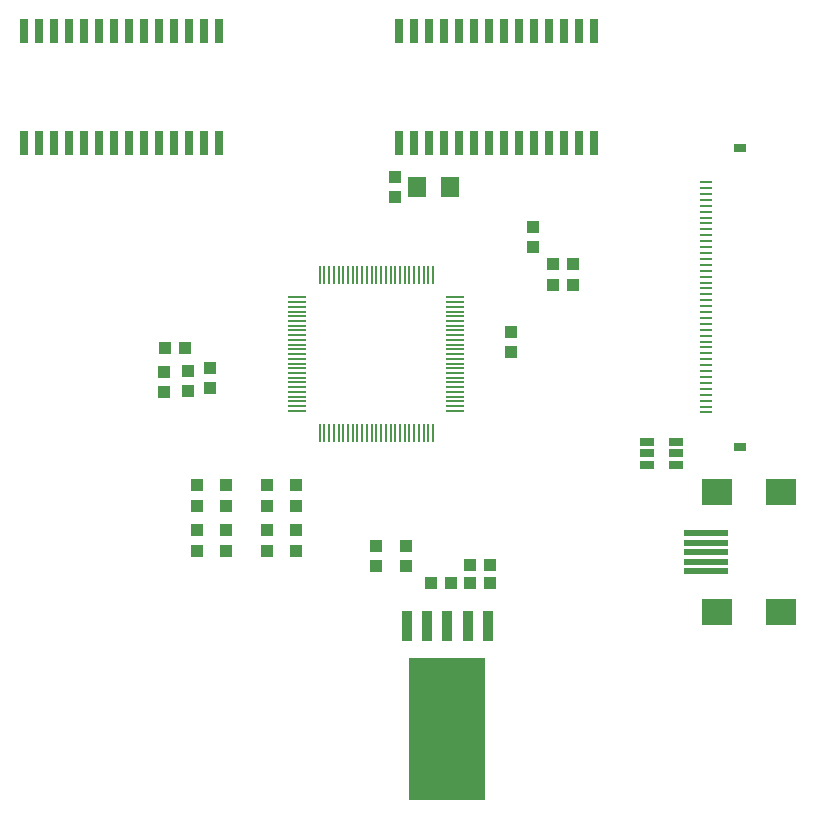
<source format=gbr>
G04 EAGLE Gerber RS-274X export*
G75*
%MOMM*%
%FSLAX34Y34*%
%LPD*%
%INSolderpaste Top*%
%IPPOS*%
%AMOC8*
5,1,8,0,0,1.08239X$1,22.5*%
G01*
%ADD10R,1.000000X1.100000*%
%ADD11R,1.600000X1.800000*%
%ADD12R,1.100000X1.000000*%
%ADD13R,1.300000X0.650000*%
%ADD14R,1.500000X0.200000*%
%ADD15R,0.200000X1.500000*%
%ADD16R,0.750000X2.000000*%
%ADD17R,6.500000X12.000000*%
%ADD18R,0.850000X2.500000*%
%ADD19R,1.000000X1.000000*%
%ADD20R,1.000000X0.250000*%
%ADD21R,1.100000X0.700000*%
%ADD22R,2.540000X2.286000*%
%ADD23R,3.810000X0.508000*%


D10*
X319450Y374800D03*
X319450Y391800D03*
X475300Y536800D03*
X475300Y553800D03*
X574200Y405200D03*
X574200Y422200D03*
X485000Y224000D03*
X485000Y241000D03*
X460000Y224000D03*
X460000Y241000D03*
D11*
X494000Y545300D03*
X522000Y545300D03*
D10*
X280000Y388650D03*
X280000Y371650D03*
D12*
X539000Y225000D03*
X556000Y225000D03*
X609200Y462200D03*
X626200Y462200D03*
D13*
X713300Y319600D03*
X689300Y310100D03*
X689300Y329100D03*
X689300Y319600D03*
X713300Y310100D03*
X713300Y329100D03*
D14*
X392900Y451700D03*
X392900Y447700D03*
X392900Y443700D03*
X392900Y439700D03*
X392900Y435700D03*
X392900Y431700D03*
X392900Y427700D03*
X392900Y423700D03*
X392900Y419700D03*
X392900Y415700D03*
X392900Y411700D03*
X392900Y407700D03*
X392900Y403700D03*
X392900Y399700D03*
X392900Y395700D03*
X392900Y391700D03*
X392900Y387700D03*
X392900Y383700D03*
X392900Y379700D03*
X392900Y375700D03*
X392900Y371700D03*
X392900Y367700D03*
X392900Y363700D03*
X392900Y359700D03*
X392900Y355700D03*
D15*
X411900Y336700D03*
X415900Y336700D03*
X419900Y336700D03*
X423900Y336700D03*
X427900Y336700D03*
X431900Y336700D03*
X435900Y336700D03*
X439900Y336700D03*
X443900Y336700D03*
X447900Y336700D03*
X451900Y336700D03*
X455900Y336700D03*
X459900Y336700D03*
X463900Y336700D03*
X467900Y336700D03*
X471900Y336700D03*
X475900Y336700D03*
X479900Y336700D03*
X483900Y336700D03*
X487900Y336700D03*
X491900Y336700D03*
X495900Y336700D03*
X499900Y336700D03*
X503900Y336700D03*
X507900Y336700D03*
D14*
X526900Y355700D03*
X526900Y359700D03*
X526900Y363700D03*
X526900Y367700D03*
X526900Y371700D03*
X526900Y375700D03*
X526900Y379700D03*
X526900Y383700D03*
X526900Y387700D03*
X526900Y391700D03*
X526900Y395700D03*
X526900Y399700D03*
X526900Y403700D03*
X526900Y407700D03*
X526900Y411700D03*
X526900Y415700D03*
X526900Y419700D03*
X526900Y423700D03*
X526900Y427700D03*
X526900Y431700D03*
X526900Y435700D03*
X526900Y439700D03*
X526900Y443700D03*
X526900Y447700D03*
X526900Y451700D03*
D15*
X507900Y470700D03*
X503900Y470700D03*
X499900Y470700D03*
X495900Y470700D03*
X491900Y470700D03*
X487900Y470700D03*
X483900Y470700D03*
X479900Y470700D03*
X475900Y470700D03*
X471900Y470700D03*
X467900Y470700D03*
X463900Y470700D03*
X459900Y470700D03*
X455900Y470700D03*
X451900Y470700D03*
X447900Y470700D03*
X443900Y470700D03*
X439900Y470700D03*
X435900Y470700D03*
X431900Y470700D03*
X427900Y470700D03*
X423900Y470700D03*
X419900Y470700D03*
X415900Y470700D03*
X411900Y470700D03*
D16*
X478950Y582312D03*
X491650Y582312D03*
X504350Y582312D03*
X517050Y582312D03*
X529750Y582312D03*
X542450Y582312D03*
X555150Y582312D03*
X567850Y582312D03*
X580550Y582312D03*
X593250Y582312D03*
X605950Y582312D03*
X618650Y582312D03*
X631350Y582312D03*
X644050Y582312D03*
X644050Y676888D03*
X631350Y676888D03*
X618650Y676888D03*
X605950Y676888D03*
X593250Y676888D03*
X580550Y676888D03*
X567850Y676888D03*
X555150Y676888D03*
X542450Y676888D03*
X529750Y676888D03*
X517050Y676888D03*
X504350Y676888D03*
X491650Y676888D03*
X478950Y676888D03*
X161450Y582312D03*
X174150Y582312D03*
X186850Y582312D03*
X199550Y582312D03*
X212250Y582312D03*
X224950Y582312D03*
X237650Y582312D03*
X250350Y582312D03*
X263050Y582312D03*
X275750Y582312D03*
X288450Y582312D03*
X301150Y582312D03*
X313850Y582312D03*
X326550Y582312D03*
X326550Y676888D03*
X313850Y676888D03*
X301150Y676888D03*
X288450Y676888D03*
X275750Y676888D03*
X263050Y676888D03*
X250350Y676888D03*
X237650Y676888D03*
X224950Y676888D03*
X212250Y676888D03*
X199550Y676888D03*
X186850Y676888D03*
X174150Y676888D03*
X161450Y676888D03*
D17*
X519900Y86600D03*
D18*
X554300Y173200D03*
X537100Y173200D03*
X519900Y173200D03*
X502700Y173200D03*
X485500Y173200D03*
D19*
X308300Y254400D03*
X308300Y237400D03*
X332900Y254400D03*
X332900Y237400D03*
X367500Y254400D03*
X367500Y237400D03*
X392100Y254400D03*
X392100Y237400D03*
D20*
X738900Y549300D03*
X738900Y544300D03*
X738900Y539300D03*
X738900Y534300D03*
X738900Y529300D03*
X738900Y524300D03*
X738900Y519300D03*
X738900Y514300D03*
X738900Y509300D03*
X738900Y504300D03*
X738900Y499300D03*
X738900Y494300D03*
X738900Y489300D03*
X738900Y484300D03*
X738900Y479300D03*
X738900Y474300D03*
X738900Y469300D03*
X738900Y464300D03*
X738900Y459300D03*
X738900Y454300D03*
X738900Y449300D03*
X738900Y444300D03*
X738900Y439300D03*
X738900Y434300D03*
X738900Y429300D03*
X738900Y424300D03*
X738900Y419300D03*
X738900Y414300D03*
X738900Y409300D03*
X738900Y404300D03*
X738900Y399300D03*
X738900Y394300D03*
X738900Y389300D03*
X738900Y384300D03*
X738900Y379300D03*
X738900Y374300D03*
X738900Y369300D03*
X738900Y364300D03*
X738900Y359300D03*
X738900Y354300D03*
D21*
X767400Y578300D03*
X767400Y325300D03*
D22*
X802800Y286700D03*
X747936Y286700D03*
X802800Y185100D03*
X747936Y185100D03*
D23*
X739300Y235900D03*
X739300Y227772D03*
X739300Y219644D03*
X739300Y244028D03*
X739300Y252156D03*
D10*
X523500Y210000D03*
X506500Y210000D03*
D12*
X392100Y292500D03*
X392100Y275500D03*
D10*
X556000Y210000D03*
X539000Y210000D03*
X280900Y408600D03*
X297900Y408600D03*
D12*
X300000Y372200D03*
X300000Y389200D03*
D10*
X626200Y479700D03*
X609200Y479700D03*
D12*
X592500Y511100D03*
X592500Y494100D03*
X308300Y292500D03*
X308300Y275500D03*
X332900Y292500D03*
X332900Y275500D03*
X367500Y292500D03*
X367500Y275500D03*
M02*

</source>
